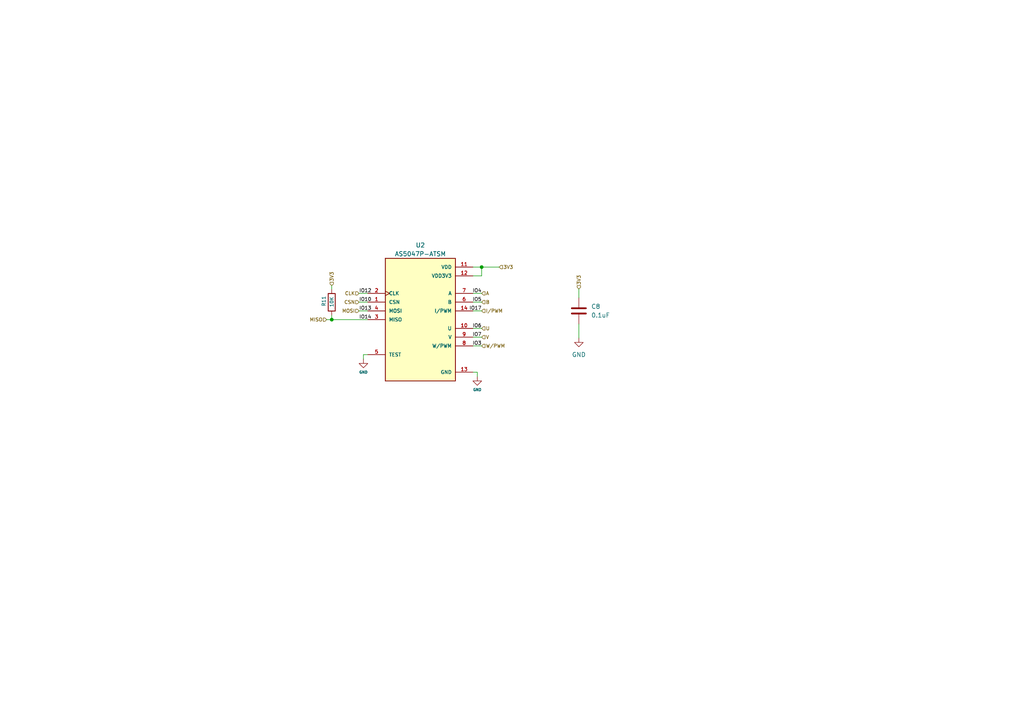
<source format=kicad_sch>
(kicad_sch (version 20211123) (generator eeschema)
  (paper "A4")
  (lib_symbols
    (symbol "AS5047P-ATSM:AS5047P-ATSM" (pin_names (offset 1.016))
      (property "Reference" "U" (at -10.16 20.32 0))
      (property "Value" "AS5047P-ATSM" (at -10.16 -20.32 0))
      (symbol "AS5047P-ATSM_0_0"
        (rectangle (start -10.16 -17.78) (end 10.16 17.78) (stroke (width 0.254)) (fill (type background)))
        (pin input line (at -15.24 5.08 0) (length 5.08) (name "CSN") (number "1"))
        (pin output line (at 15.24 -2.54 180) (length 5.08) (name "U") (number "10"))
        (pin power_in line (at 15.24 15.24 180) (length 5.08) (name "VDD") (number "11"))
        (pin power_in line (at 15.24 12.7 180) (length 5.08) (name "VDD3V3") (number "12"))
        (pin power_in line (at 15.24 -15.24 180) (length 5.08) (name "GND") (number "13"))
        (pin output line (at 15.24 2.54 180) (length 5.08) (name "I/PWM") (number "14"))
        (pin input clock (at -15.24 7.62 0) (length 5.08) (name "CLK") (number "2"))
        (pin output line (at -15.24 0 0) (length 5.08) (name "MISO") (number "3"))
        (pin input line (at -15.24 2.54 0) (length 5.08) (name "MOSI") (number "4"))
        (pin passive line (at -15.24 -10.16 0) (length 5.08) (name "TEST") (number "5"))
        (pin output line (at 15.24 5.08 180) (length 5.08) (name "B") (number "6"))
        (pin output line (at 15.24 7.62 180) (length 5.08) (name "A") (number "7"))
        (pin output line (at 15.24 -7.62 180) (length 5.08) (name "W/PWM") (number "8"))
        (pin output line (at 15.24 -5.08 180) (length 5.08) (name "V") (number "9"))
      )
    )
    (symbol "Device:C" (pin_numbers hide) (pin_names (offset 0.254))
      (property "Reference" "C" (at 0.635 2.54 0))
      (property "Value" "C" (at 0.635 -2.54 0))
      (symbol "C_0_1"
        (polyline (pts (xy -2.032 -0.762) (xy 2.032 -0.762)) (stroke (width 0.508)))
        (polyline (pts (xy -2.032 0.762) (xy 2.032 0.762)) (stroke (width 0.508)))
      )
      (symbol "C_1_1"
        (pin passive line (at 0 3.81 270) (length 2.794) (name "~") (number "1"))
        (pin passive line (at 0 -3.81 90) (length 2.794) (name "~") (number "2"))
      )
    )
    (symbol "Device:R" (pin_numbers hide) (pin_names (offset 0))
      (property "Reference" "R" (at 2.032 0 90))
      (property "Value" "R" (at 0 0 90))
      (symbol "R_0_1"
        (rectangle (start -1.016 -2.54) (end 1.016 2.54) (stroke (width 0.254)))
      )
      (symbol "R_1_1"
        (pin passive line (at 0 3.81 270) (length 1.27) (name "~") (number "1"))
        (pin passive line (at 0 -3.81 90) (length 1.27) (name "~") (number "2"))
      )
    )
    (symbol "GND_1" (power) (pin_names (offset 0))
      (property "Value" "GND_1" (at 0 -3.81 0))
      (symbol "GND_1_0_1"
        (polyline (pts (xy 0 0) (xy 0 -1.27) (xy 1.27 -1.27) (xy 0 -2.54) (xy -1.27 -1.27) (xy 0 -1.27)))
      )
      (symbol "GND_1_1_1"
        (pin power_in line (at 0 0 270) (length 0) hide (name "GND") (number "1"))
      )
    )
    (symbol "power:GND" (power) (pin_names (offset 0))
      (property "Value" "GND" (at 0 -3.81 0))
      (symbol "GND_0_1"
        (polyline (pts (xy 0 0) (xy 0 -1.27) (xy 1.27 -1.27) (xy 0 -2.54) (xy -1.27 -1.27) (xy 0 -1.27)))
      )
      (symbol "GND_1_1"
        (pin power_in line (at 0 0 270) (length 0) hide (name "GND") (number "1"))
      )
    )
  )
  (junction (at 139.7 77.47))
  (junction (at 96.2152 92.71))
  (wire (pts (xy 105.41 102.87) (xy 105.41 104.14)))
  (wire (pts (xy 137.16 100.33) (xy 139.7 100.33)))
  (wire (pts (xy 137.16 107.95) (xy 138.43 107.95)))
  (wire (pts (xy 96.2152 82.8548) (xy 96.2152 83.8708)))
  (wire (pts (xy 139.7 77.47) (xy 144.78 77.47)))
  (wire (pts (xy 104.14 90.17) (xy 106.68 90.17)))
  (wire (pts (xy 137.16 97.79) (xy 139.7 97.79)))
  (wire (pts (xy 137.16 90.17) (xy 139.7 90.17)))
  (wire (pts (xy 137.16 77.47) (xy 139.7 77.47)))
  (wire (pts (xy 106.68 102.87) (xy 105.41 102.87)))
  (wire (pts (xy 139.7 77.47) (xy 139.7 80.01)))
  (wire (pts (xy 167.894 93.98) (xy 167.894 98.044)))
  (wire (pts (xy 104.14 85.09) (xy 106.68 85.09)))
  (wire (pts (xy 137.16 95.25) (xy 139.7 95.25)))
  (wire (pts (xy 137.16 87.63) (xy 139.7 87.63)))
  (wire (pts (xy 137.16 85.09) (xy 139.7 85.09)))
  (wire (pts (xy 96.2152 91.4908) (xy 96.2152 92.71)))
  (wire (pts (xy 94.742 92.71) (xy 96.2152 92.71)))
  (wire (pts (xy 137.16 80.01) (xy 139.7 80.01)))
  (wire (pts (xy 167.894 83.82) (xy 167.894 86.36)))
  (wire (pts (xy 96.2152 92.71) (xy 106.68 92.71)))
  (wire (pts (xy 138.43 107.95) (xy 138.43 109.22)))
  (wire (pts (xy 104.14 87.63) (xy 106.68 87.63)))
  (label "IO12" (at 104.14 85.09 0) (effects (font (size 1 1))))
  (label "IO5" (at 139.7 87.63 180) (effects (font (size 1 1))))
  (label "IO14" (at 104.14 92.71 0) (effects (font (size 1 1))))
  (label "IO17" (at 139.7 90.17 180) (effects (font (size 1 1))))
  (label "IO6" (at 139.7 95.25 180) (effects (font (size 1 1))))
  (label "IO4" (at 139.7 85.09 180) (effects (font (size 1 1))))
  (label "IO3" (at 139.7 100.33 180) (effects (font (size 1 1))))
  (label "IO10" (at 104.14 87.63 0) (effects (font (size 1 1))))
  (label "IO13" (at 104.14 90.17 0) (effects (font (size 1 1))))
  (label "IO7" (at 139.7 97.79 180) (effects (font (size 1 1))))
  (hierarchical_label "V" (shape input) (at 139.7 97.79 0) (effects (font (size 1 1))))
  (hierarchical_label "W{slash}PWM" (shape input) (at 139.7 100.33 0) (effects (font (size 1 1))))
  (hierarchical_label "CSN" (shape input) (at 104.14 87.63 180) (effects (font (size 1 1))))
  (hierarchical_label "3V3" (shape input) (at 167.894 83.82 90) (effects (font (size 1 1))))
  (hierarchical_label "A" (shape input) (at 139.7 85.09 0) (effects (font (size 1 1))))
  (hierarchical_label "U" (shape input) (at 139.7 95.25 0) (effects (font (size 1 1))))
  (hierarchical_label "3V3" (shape input) (at 96.2152 82.8548 90) (effects (font (size 1 1))))
  (hierarchical_label "3V3" (shape input) (at 144.78 77.47 0) (effects (font (size 1 1))))
  (hierarchical_label "I{slash}PWM" (shape input) (at 139.7 90.17 0) (effects (font (size 1 1))))
  (hierarchical_label "CLK" (shape input) (at 104.14 85.09 180) (effects (font (size 1 1))))
  (hierarchical_label "B" (shape input) (at 139.7 87.63 0) (effects (font (size 1 1))))
  (hierarchical_label "MISO" (shape input) (at 94.742 92.71 180) (effects (font (size 1 1))))
  (hierarchical_label "MOSI" (shape input) (at 104.14 90.17 180) (effects (font (size 1 1))))
  (symbol (lib_id "AS5047P-ATSM:AS5047P-ATSM") (at 121.92 92.71 0) (unit 1)
    (property "Reference" "U2" (at 121.92 71.12 0))
    (property "Value" "AS5047P-ATSM" (at 121.92 73.66 0))
    (property "Footprint" "ENCODER:SOP65P640X120-14N" (effects hide))
    (property "PARTREV" "1-01" (effects hide))
    (property "MANUFACTURER" "AMS" (effects hide))
    (property "STANDARD" "IPC 7351B" (effects hide))
  )
  (symbol (lib_id "Device:C") (at 167.894 90.17 0) (unit 1)
    (property "Reference" "C8" (at 171.45 88.8999 0) (effects (justify left)))
    (property "Value" "0.1uF" (at 171.45 91.4399 0) (effects (justify left)))
    (property "Footprint" "Capacitor_SMD:C_0603_1608Metric" (effects hide))
  )
  (symbol (lib_id "power:GND") (at 138.43 109.22 0) (unit 1)
    (property "Reference" "#PWR021" (effects hide))
    (property "Value" "GND" (at 138.43 113.03 0) (effects (font (size 0.762 0.762))))
  )
  (symbol (lib_id "power:GND") (at 105.41 104.14 0) (unit 1)
    (property "Reference" "#PWR020" (effects hide))
    (property "Value" "GND" (at 105.41 107.95 0) (effects (font (size 0.762 0.762))))
  )
  (symbol (lib_name "GND_1") (lib_id "power:GND") (at 167.894 98.044 0) (unit 1)
    (property "Reference" "#PWR022" (effects hide))
    (property "Value" "GND" (at 167.894 102.87 0))
  )
  (symbol (lib_id "Device:R") (at 96.2152 87.6808 0) (unit 1)
    (property "Reference" "R11" (at 93.9292 88.9 90) (effects (font (size 1 1)) (justify left)))
    (property "Value" "10K" (at 96.2152 89.1032 90) (effects (font (size 1 1)) (justify left)))
    (property "Footprint" "Resistor_SMD:R_0603_1608Metric" (effects hide))
  )
)
</source>
